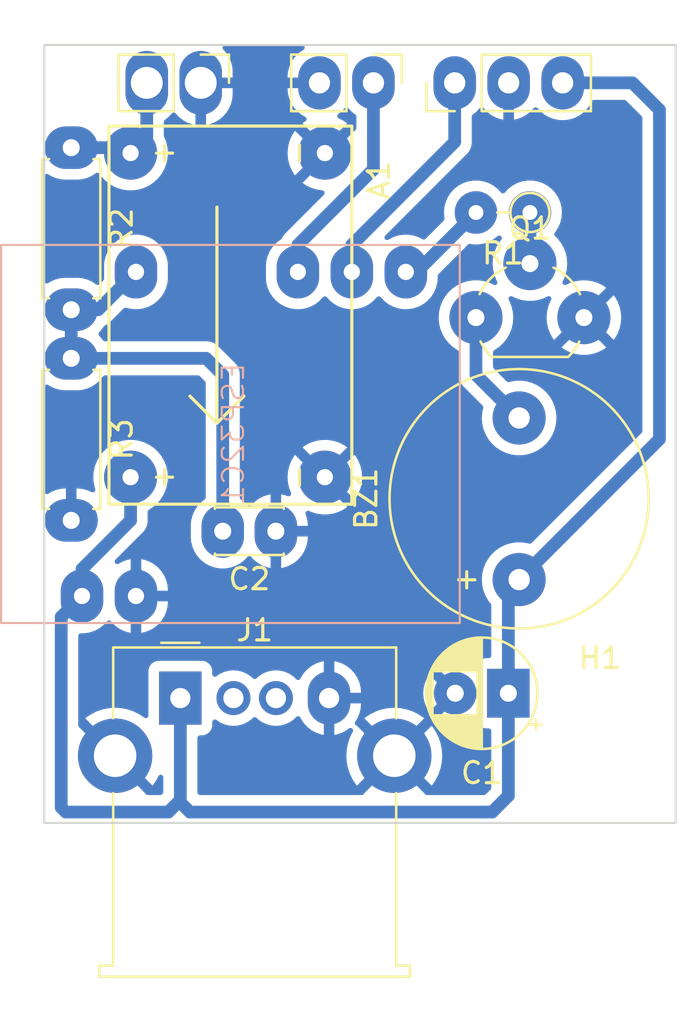
<source format=kicad_pcb>
(kicad_pcb (version 20221018) (generator pcbnew)
  (layers (0 "F.Cu" signal) (31 "B.Cu" signal) (34 "B.Paste" user) (35 "F.Paste" user) (36 "B.SilkS" user "B.Silkscreen") (37 "F.SilkS" user "F.Silkscreen") (38 "B.Mask" user) (39 "F.Mask" user) (44 "Edge.Cuts" user))
  (net 0 "")
  (net 1 "+5V")
  (net 2 "Net-(BZ1-+)")
  (net 3 "Net-(Q1-B)")
  (net 4 "GND")
  (net 5 "GPIO_BUZ")
  (net 6 "GPIO_LED")
  (net 7 "+BATT")
  (net 8 "GPIO_VBAT")
  (net 9 "GPIO_BUTTON")
  (footprint "Capacitor_THT:CP_Radial_D5.0mm_P2.50mm" (layer "F.Cu") (at 109.728 108.712 180)
    (fp_text reference "C1" (at 1.25 -3.75 180) (layer "F.SilkS"))
    (fp_text value "47uF")
    (fp_line (start -1.554775 -1.475) (end -1.054775 -1.475) (stroke (width 0.12)) (layer "F.SilkS"))
    (fp_line (start -1.304775 -1.725) (end -1.304775 -1.225) (stroke (width 0.12)) (layer "F.SilkS"))
    (fp_line (start 1.25 -2.58) (end 1.25 2.58) (stroke (width 0.12)) (layer "F.SilkS"))
    (fp_line (start 1.29 -2.58) (end 1.29 2.58) (stroke (width 0.12)) (layer "F.SilkS"))
    (fp_line (start 1.33 -2.579) (end 1.33 2.579) (stroke (width 0.12)) (layer "F.SilkS"))
    (fp_line (start 1.37 -2.578) (end 1.37 2.578) (stroke (width 0.12)) (layer "F.SilkS"))
    (fp_line (start 1.41 -2.576) (end 1.41 2.576) (stroke (width 0.12)) (layer "F.SilkS"))
    (fp_line (start 1.45 -2.573) (end 1.45 2.573) (stroke (width 0.12)) (layer "F.SilkS"))
    (fp_line (start 1.49 -2.569) (end 1.49 -1.04) (stroke (width 0.12)) (layer "F.SilkS"))
    (fp_line (start 1.49 1.04) (end 1.49 2.569) (stroke (width 0.12)) (layer "F.SilkS"))
    (fp_line (start 1.53 -2.565) (end 1.53 -1.04) (stroke (width 0.12)) (layer "F.SilkS"))
    (fp_line (start 1.53 1.04) (end 1.53 2.565) (stroke (width 0.12)) (layer "F.SilkS"))
    (fp_line (start 1.57 -2.561) (end 1.57 -1.04) (stroke (width 0.12)) (layer "F.SilkS"))
    (fp_line (start 1.57 1.04) (end 1.57 2.561) (stroke (width 0.12)) (layer "F.SilkS"))
    (fp_line (start 1.61 -2.556) (end 1.61 -1.04) (stroke (width 0.12)) (layer "F.SilkS"))
    (fp_line (start 1.61 1.04) (end 1.61 2.556) (stroke (width 0.12)) (layer "F.SilkS"))
    (fp_line (start 1.65 -2.55) (end 1.65 -1.04) (stroke (width 0.12)) (layer "F.SilkS"))
    (fp_line (start 1.65 1.04) (end 1.65 2.55) (stroke (width 0.12)) (layer "F.SilkS"))
    (fp_line (start 1.69 -2.543) (end 1.69 -1.04) (stroke (width 0.12)) (layer "F.SilkS"))
    (fp_line (start 1.69 1.04) (end 1.69 2.543) (stroke (width 0.12)) (layer "F.SilkS"))
    (fp_line (start 1.73 -2.536) (end 1.73 -1.04) (stroke (width 0.12)) (layer "F.SilkS"))
    (fp_line (start 1.73 1.04) (end 1.73 2.536) (stroke (width 0.12)) (layer "F.SilkS"))
    (fp_line (start 1.77 -2.528) (end 1.77 -1.04) (stroke (width 0.12)) (layer "F.SilkS"))
    (fp_line (start 1.77 1.04) (end 1.77 2.528) (stroke (width 0.12)) (layer "F.SilkS"))
    (fp_line (start 1.81 -2.52) (end 1.81 -1.04) (stroke (width 0.12)) (layer "F.SilkS"))
    (fp_line (start 1.81 1.04) (end 1.81 2.52) (stroke (width 0.12)) (layer "F.SilkS"))
    (fp_line (start 1.85 -2.511) (end 1.85 -1.04) (stroke (width 0.12)) (layer "F.SilkS"))
    (fp_line (start 1.85 1.04) (end 1.85 2.511) (stroke (width 0.12)) (layer "F.SilkS"))
    (fp_line (start 1.89 -2.501) (end 1.89 -1.04) (stroke (width 0.12)) (layer "F.SilkS"))
    (fp_line (start 1.89 1.04) (end 1.89 2.501) (stroke (width 0.12)) (layer "F.SilkS"))
    (fp_line (start 1.93 -2.491) (end 1.93 -1.04) (stroke (width 0.12)) (layer "F.SilkS"))
    (fp_line (start 1.93 1.04) (end 1.93 2.491) (stroke (width 0.12)) (layer "F.SilkS"))
    (fp_line (start 1.971 -2.48) (end 1.971 -1.04) (stroke (width 0.12)) (layer "F.SilkS"))
    (fp_line (start 1.971 1.04) (end 1.971 2.48) (stroke (width 0.12)) (layer "F.SilkS"))
    (fp_line (start 2.011 -2.468) (end 2.011 -1.04) (stroke (width 0.12)) (layer "F.SilkS"))
    (fp_line (start 2.011 1.04) (end 2.011 2.468) (stroke (width 0.12)) (layer "F.SilkS"))
    (fp_line (start 2.051 -2.455) (end 2.051 -1.04) (stroke (width 0.12)) (layer "F.SilkS"))
    (fp_line (start 2.051 1.04) (end 2.051 2.455) (stroke (width 0.12)) (layer "F.SilkS"))
    (fp_line (start 2.091 -2.442) (end 2.091 -1.04) (stroke (width 0.12)) (layer "F.SilkS"))
    (fp_line (start 2.091 1.04) (end 2.091 2.442) (stroke (width 0.12)) (layer "F.SilkS"))
    (fp_line (start 2.131 -2.428) (end 2.131 -1.04) (stroke (width 0.12)) (layer "F.SilkS"))
    (fp_line (start 2.131 1.04) (end 2.131 2.428) (stroke (width 0.12)) (layer "F.SilkS"))
    (fp_line (start 2.171 -2.414) (end 2.171 -1.04) (stroke (width 0.12)) (layer "F.SilkS"))
    (fp_line (start 2.171 1.04) (end 2.171 2.414) (stroke (width 0.12)) (layer "F.SilkS"))
    (fp_line (start 2.211 -2.398) (end 2.211 -1.04) (stroke (width 0.12)) (layer "F.SilkS"))
    (fp_line (start 2.211 1.04) (end 2.211 2.398) (stroke (width 0.12)) (layer "F.SilkS"))
    (fp_line (start 2.251 -2.382) (end 2.251 -1.04) (stroke (width 0.12)) (layer "F.SilkS"))
    (fp_line (start 2.251 1.04) (end 2.251 2.382) (stroke (width 0.12)) (layer "F.SilkS"))
    (fp_line (start 2.291 -2.365) (end 2.291 -1.04) (stroke (width 0.12)) (layer "F.SilkS"))
    (fp_line (start 2.291 1.04) (end 2.291 2.365) (stroke (width 0.12)) (layer "F.SilkS"))
    (fp_line (start 2.331 -2.348) (end 2.331 -1.04) (stroke (width 0.12)) (layer "F.SilkS"))
    (fp_line (start 2.331 1.04) (end 2.331 2.348) (stroke (width 0.12)) (layer "F.SilkS"))
    (fp_line (start 2.371 -2.329) (end 2.371 -1.04) (stroke (width 0.12)) (layer "F.SilkS"))
    (fp_line (start 2.371 1.04) (end 2.371 2.329) (stroke (width 0.12)) (layer "F.SilkS"))
    (fp_line (start 2.411 -2.31) (end 2.411 -1.04) (stroke (width 0.12)) (layer "F.SilkS"))
    (fp_line (start 2.411 1.04) (end 2.411 2.31) (stroke (width 0.12)) (layer "F.SilkS"))
    (fp_line (start 2.451 -2.29) (end 2.451 -1.04) (stroke (width 0.12)) (layer "F.SilkS"))
    (fp_line (start 2.451 1.04) (end 2.451 2.29) (stroke (width 0.12)) (layer "F.SilkS"))
    (fp_line (start 2.491 -2.268) (end 2.491 -1.04) (stroke (width 0.12)) (layer "F.SilkS"))
    (fp_line (start 2.491 1.04) (end 2.491 2.268) (stroke (width 0.12)) (layer "F.SilkS"))
    (fp_line (start 2.531 -2.247) (end 2.531 -1.04) (stroke (width 0.12)) (layer "F.SilkS"))
    (fp_line (start 2.531 1.04) (end 2.531 2.247) (stroke (width 0.12)) (layer "F.SilkS"))
    (fp_line (start 2.571 -2.224) (end 2.571 -1.04) (stroke (width 0.12)) (layer "F.SilkS"))
    (fp_line (start 2.571 1.04) (end 2.571 2.224) (stroke (width 0.12)) (layer "F.SilkS"))
    (fp_line (start 2.611 -2.2) (end 2.611 -1.04) (stroke (width 0.12)) (layer "F.SilkS"))
    (fp_line (start 2.611 1.04) (end 2.611 2.2) (stroke (width 0.12)) (layer "F.SilkS"))
    (fp_line (start 2.651 -2.175) (end 2.651 -1.04) (stroke (width 0.12)) (layer "F.SilkS"))
    (fp_line (start 2.651 1.04) (end 2.651 2.175) (stroke (width 0.12)) (layer "F.SilkS"))
    (fp_line (start 2.691 -2.149) (end 2.691 -1.04) (stroke (width 0.12)) (layer "F.SilkS"))
    (fp_line (start 2.691 1.04) (end 2.691 2.149) (stroke (width 0.12)) (layer "F.SilkS"))
    (fp_line (start 2.731 -2.122) (end 2.731 -1.04) (stroke (width 0.12)) (layer "F.SilkS"))
    (fp_line (start 2.731 1.04) (end 2.731 2.122) (stroke (width 0.12)) (layer "F.SilkS"))
    (fp_line (start 2.771 -2.095) (end 2.771 -1.04) (stroke (width 0.12)) (layer "F.SilkS"))
    (fp_line (start 2.771 1.04) (end 2.771 2.095) (stroke (width 0.12)) (layer "F.SilkS"))
    (fp_line (start 2.811 -2.065) (end 2.811 -1.04) (stroke (width 0.12)) (layer "F.SilkS"))
    (fp_line (start 2.811 1.04) (end 2.811 2.065) (stroke (width 0.12)) (layer "F.SilkS"))
    (fp_line (start 2.851 -2.035) (end 2.851 -1.04) (stroke (width 0.12)) (layer "F.SilkS"))
    (fp_line (start 2.851 1.04) (end 2.851 2.035) (stroke (width 0.12)) (layer "F.SilkS"))
    (fp_line (start 2.891 -2.004) (end 2.891 -1.04) (stroke (width 0.12)) (layer "F.SilkS"))
    (fp_line (start 2.891 1.04) (end 2.891 2.004) (stroke (width 0.12)) (layer "F.SilkS"))
    (fp_line (start 2.931 -1.971) (end 2.931 -1.04) (stroke (width 0.12)) (layer "F.SilkS"))
    (fp_line (start 2.931 1.04) (end 2.931 1.971) (stroke (width 0.12)) (layer "F.SilkS"))
    (fp_line (start 2.971 -1.937) (end 2.971 -1.04) (stroke (width 0.12)) (layer "F.SilkS"))
    (fp_line (start 2.971 1.04) (end 2.971 1.937) (stroke (width 0.12)) (layer "F.SilkS"))
    (fp_line (start 3.011 -1.901) (end 3.011 -1.04) (stroke (width 0.12)) (layer "F.SilkS"))
    (fp_line (start 3.011 1.04) (end 3.011 1.901) (stroke (width 0.12)) (layer "F.SilkS"))
    (fp_line (start 3.051 -1.864) (end 3.051 -1.04) (stroke (width 0.12)) (layer "F.SilkS"))
    (fp_line (start 3.051 1.04) (end 3.051 1.864) (stroke (width 0.12)) (layer "F.SilkS"))
    (fp_line (start 3.091 -1.826) (end 3.091 -1.04) (stroke (width 0.12)) (layer "F.SilkS"))
    (fp_line (start 3.091 1.04) (end 3.091 1.826) (stroke (width 0.12)) (layer "F.SilkS"))
    (fp_line (start 3.131 -1.785) (end 3.131 -1.04) (stroke (width 0.12)) (layer "F.SilkS"))
    (fp_line (start 3.131 1.04) (end 3.131 1.785) (stroke (width 0.12)) (layer "F.SilkS"))
    (fp_line (start 3.171 -1.743) (end 3.171 -1.04) (stroke (width 0.12)) (layer "F.SilkS"))
    (fp_line (start 3.171 1.04) (end 3.171 1.743) (stroke (width 0.12)) (layer "F.SilkS"))
    (fp_line (start 3.211 -1.699) (end 3.211 -1.04) (stroke (width 0.12)) (layer "F.SilkS"))
    (fp_line (start 3.211 1.04) (end 3.211 1.699) (stroke (width 0.12)) (layer "F.SilkS"))
    (fp_line (start 3.251 -1.653) (end 3.251 -1.04) (stroke (width 0.12)) (layer "F.SilkS"))
    (fp_line (start 3.251 1.04) (end 3.251 1.653) (stroke (width 0.12)) (layer "F.SilkS"))
    (fp_line (start 3.291 -1.605) (end 3.291 -1.04) (stroke (width 0.12)) (layer "F.SilkS"))
    (fp_line (start 3.291 1.04) (end 3.291 1.605) (stroke (width 0.12)) (layer "F.SilkS"))
    (fp_line (start 3.331 -1.554) (end 3.331 -1.04) (stroke (width 0.12)) (layer "F.SilkS"))
    (fp_line (start 3.331 1.04) (end 3.331 1.554) (stroke (width 0.12)) (layer "F.SilkS"))
    (fp_line (start 3.371 -1.5) (end 3.371 -1.04) (stroke (width 0.12)) (layer "F.SilkS"))
    (fp_line (start 3.371 1.04) (end 3.371 1.5) (stroke (width 0.12)) (layer "F.SilkS"))
    (fp_line (start 3.411 -1.443) (end 3.411 -1.04) (stroke (width 0.12)) (layer "F.SilkS"))
    (fp_line (start 3.411 1.04) (end 3.411 1.443) (stroke (width 0.12)) (layer "F.SilkS"))
    (fp_line (start 3.451 -1.383) (end 3.451 -1.04) (stroke (width 0.12)) (layer "F.SilkS"))
    (fp_line (start 3.451 1.04) (end 3.451 1.383) (stroke (width 0.12)) (layer "F.SilkS"))
    (fp_line (start 3.491 -1.319) (end 3.491 -1.04) (stroke (width 0.12)) (layer "F.SilkS"))
    (fp_line (start 3.491 1.04) (end 3.491 1.319) (stroke (width 0.12)) (layer "F.SilkS"))
    (fp_line (start 3.531 -1.251) (end 3.531 -1.04) (stroke (width 0.12)) (layer "F.SilkS"))
    (fp_line (start 3.531 1.04) (end 3.531 1.251) (stroke (width 0.12)) (layer "F.SilkS"))
    (fp_line (start 3.571 -1.178) (end 3.571 1.178) (stroke (width 0.12)) (layer "F.SilkS"))
    (fp_line (start 3.611 -1.098) (end 3.611 1.098) (stroke (width 0.12)) (layer "F.SilkS"))
    (fp_line (start 3.651 -1.011) (end 3.651 1.011) (stroke (width 0.12)) (layer "F.SilkS"))
    (fp_line (start 3.691 -0.915) (end 3.691 0.915) (stroke (width 0.12)) (layer "F.SilkS"))
    (fp_line (start 3.731 -0.805) (end 3.731 0.805) (stroke (width 0.12)) (layer "F.SilkS"))
    (fp_line (start 3.771 -0.677) (end 3.771 0.677) (stroke (width 0.12)) (layer "F.SilkS"))
    (fp_line (start 3.811 -0.518) (end 3.811 0.518) (stroke (width 0.12)) (layer "F.SilkS"))
    (fp_line (start 3.851 -0.284) (end 3.851 0.284) (stroke (width 0.12)) (layer "F.SilkS"))
    (fp_circle (center 1.25 0) (end 3.87 0) (stroke (width 0.12)) (fill none) (layer "F.SilkS"))
    (pad "1" thru_hole rect (at 0 0 180) (size 2 2.3) (drill 0.8) (layers "*.Cu" "*.Mask") (net 1 "+5V"))
    (pad "2" thru_hole circle (at 2.5 0 180) (size 2 2) (drill 0.8) (layers "*.Cu" "*.Mask") (net 4 "GND"))
  )
  (footprint "Connector_PinHeader_2.54mm:PinHeader_1x02_P2.54mm_Vertical" (layer "F.Cu") (at 103.378 80.01 -90)
    (fp_text reference "J6" hide)
    (fp_text value "Button")
    (fp_line (start -1.33 -1.33) (end 0 -1.33) (stroke (width 0.12)) (layer "F.SilkS"))
    (fp_line (start -1.33 0) (end -1.33 -1.33) (stroke (width 0.12)) (layer "F.SilkS"))
    (fp_line (start -1.33 1.27) (end -1.33 3.87) (stroke (width 0.12)) (layer "F.SilkS"))
    (fp_line (start -1.33 1.27) (end 1.33 1.27) (stroke (width 0.12)) (layer "F.SilkS"))
    (fp_line (start -1.33 3.87) (end 1.33 3.87) (stroke (width 0.12)) (layer "F.SilkS"))
    (fp_line (start 1.33 1.27) (end 1.33 3.87) (stroke (width 0.12)) (layer "F.SilkS"))
    (pad "1" thru_hole oval (at 0 0 270) (size 2.5 2) (drill 1) (layers "*.Cu" "*.Mask") (net 9 "GPIO_BUTTON"))
    (pad "2" thru_hole oval (at 0 2.54 270) (size 2.5 2) (drill 1) (layers "*.Cu" "*.Mask") (net 4 "GND"))
  )
  (footprint "MountingHole:MountingHole_3.2mm_M3" (layer "F.Cu") (at 114.046 111.252)
    (fp_text reference "H1" (at 0 -4.2) (layer "F.SilkS"))
    (fp_text value "~")
    (pad "" np_thru_hole circle (at 0 0) (size 3.2 3.2) (drill 3.2) (layers "*.Cu" "*.Mask"))
  )
  (footprint "Capacitor_THT:C_Disc_D3.0mm_W2.0mm_P2.50mm" (layer "F.Cu") (at 98.786 101.092 180)
    (fp_text reference "C2" (at 1.25 -2.25) (layer "F.SilkS"))
    (fp_text value "C")
    (fp_line (start -0.37 -1.12) (end -0.37 -1.055) (stroke (width 0.12)) (layer "F.SilkS"))
    (fp_line (start -0.37 -1.12) (end 2.87 -1.12) (stroke (width 0.12)) (layer "F.SilkS"))
    (fp_line (start -0.37 1.055) (end -0.37 1.12) (stroke (width 0.12)) (layer "F.SilkS"))
    (fp_line (start -0.37 1.12) (end 2.87 1.12) (stroke (width 0.12)) (layer "F.SilkS"))
    (fp_line (start 2.87 -1.12) (end 2.87 -1.055) (stroke (width 0.12)) (layer "F.SilkS"))
    (fp_line (start 2.87 1.055) (end 2.87 1.12) (stroke (width 0.12)) (layer "F.SilkS"))
    (pad "1" thru_hole oval (at 0 0 180) (size 2 2.5) (drill 0.8) (layers "*.Cu" "*.Mask") (net 4 "GND"))
    (pad "2" thru_hole oval (at 2.5 0 180) (size 2 2.5) (drill 0.8) (layers "*.Cu" "*.Mask") (net 8 "GPIO_VBAT"))
  )
  (footprint "Charleslabs_Parts:Mini360_Module" (layer "F.Cu") (at 101.092 83.312 -90)
    (fp_text reference "A1" (at 1.27 -2.54 90) (layer "F.SilkS"))
    (fp_text value "Mini360_Module")
    (fp_text user "-" (at 15.24 1.27 90) (layer "F.SilkS"))
    (fp_text user "-" (at 0 1.27 90) (layer "F.SilkS"))
    (fp_text user "+" (at 15.24 7.62 90) (layer "F.SilkS"))
    (fp_text user "+" (at 0 7.62 90) (layer "F.SilkS"))
    (fp_line (start -1.27 -1.27) (end -1.27 10.16) (stroke (width 0.15)) (layer "F.SilkS"))
    (fp_line (start -1.27 10.16) (end 16.51 10.16) (stroke (width 0.15)) (layer "F.SilkS"))
    (fp_line (start 2.54 5.08) (end 12.7 5.08) (stroke (width 0.15)) (layer "F.SilkS"))
    (fp_line (start 11.43 3.81) (end 12.7 5.08) (stroke (width 0.15)) (layer "F.SilkS"))
    (fp_line (start 12.7 5.08) (end 11.43 6.35) (stroke (width 0.15)) (layer "F.SilkS"))
    (fp_line (start 16.51 -1.27) (end -1.27 -1.27) (stroke (width 0.15)) (layer "F.SilkS"))
    (fp_line (start 16.51 10.16) (end 16.51 -1.27) (stroke (width 0.15)) (layer "F.SilkS"))
    (pad "1" thru_hole circle (at 0 9.144 270) (size 2.5 2.5) (drill 0.762) (layers "*.Cu" "*.Mask") (net 7 "+BATT"))
    (pad "2" thru_hole circle (at 0 0 270) (size 2.5 2.5) (drill 0.762) (layers "*.Cu" "*.Mask") (net 4 "GND"))
    (pad "3" thru_hole circle (at 15.24 9.144 270) (size 2.5 2.5) (drill 0.762) (layers "*.Cu" "*.Mask") (net 1 "+5V"))
    (pad "4" thru_hole circle (at 15.24 0 270) (size 2.5 2.5) (drill 0.762) (layers "*.Cu" "*.Mask") (net 4 "GND"))
  )
  (footprint "Connector_PinHeader_2.54mm:PinHeader_1x03_P2.54mm_Vertical" (layer "F.Cu") (at 107.203 80.01 90)
    (fp_text reference "J4" hide)
    (fp_text value "LED")
    (fp_line (start -1.33 -1.33) (end 0 -1.33) (stroke (width 0.12)) (layer "F.SilkS"))
    (fp_line (start -1.33 0) (end -1.33 -1.33) (stroke (width 0.12)) (layer "F.SilkS"))
    (fp_line (start -1.33 1.27) (end -1.33 6.41) (stroke (width 0.12)) (layer "F.SilkS"))
    (fp_line (start -1.33 1.27) (end 1.33 1.27) (stroke (width 0.12)) (layer "F.SilkS"))
    (fp_line (start -1.33 6.41) (end 1.33 6.41) (stroke (width 0.12)) (layer "F.SilkS"))
    (fp_line (start 1.33 1.27) (end 1.33 6.41) (stroke (width 0.12)) (layer "F.SilkS"))
    (pad "1" thru_hole oval (at 0 0 90) (size 2.5 2) (drill 1) (layers "*.Cu" "*.Mask") (net 6 "GPIO_LED"))
    (pad "2" thru_hole oval (at 0 2.54 90) (size 2.5 2) (drill 1) (layers "*.Cu" "*.Mask") (net 4 "GND"))
    (pad "3" thru_hole oval (at 0 5.08 90) (size 2.5 2) (drill 1) (layers "*.Cu" "*.Mask") (net 1 "+5V"))
  )
  (footprint "Resistor_THT:R_Axial_DIN0207_L6.3mm_D2.5mm_P7.62mm_Horizontal" (layer "F.Cu") (at 89.154 83.058 -90)
    (fp_text reference "R2" (at 3.81 -2.37 90) (layer "F.SilkS"))
    (fp_text value "100k")
    (fp_line (start 0.54 -1.37) (end 7.08 -1.37) (stroke (width 0.12)) (layer "F.SilkS"))
    (fp_line (start 0.54 -1.04) (end 0.54 -1.37) (stroke (width 0.12)) (layer "F.SilkS"))
    (fp_line (start 0.54 1.04) (end 0.54 1.37) (stroke (width 0.12)) (layer "F.SilkS"))
    (fp_line (start 0.54 1.37) (end 7.08 1.37) (stroke (width 0.12)) (layer "F.SilkS"))
    (fp_line (start 7.08 -1.37) (end 7.08 -1.04) (stroke (width 0.12)) (layer "F.SilkS"))
    (fp_line (start 7.08 1.37) (end 7.08 1.04) (stroke (width 0.12)) (layer "F.SilkS"))
    (pad "1" thru_hole oval (at 0 0 270) (size 2 2.5) (drill 0.8) (layers "*.Cu" "*.Mask") (net 7 "+BATT"))
    (pad "2" thru_hole oval (at 7.62 0 270) (size 2 2.5) (drill 0.8) (layers "*.Cu" "*.Mask") (net 8 "GPIO_VBAT"))
  )
  (footprint "Connector_USB:USB_A_Molex_67643_Horizontal" (layer "F.Cu") (at 94.29 108.94)
    (fp_text reference "J1" (at 3.5 -3.19) (layer "F.SilkS"))
    (fp_text value "USB_A")
    (fp_line (start -3.81 12.58) (end -3.81 13.1) (stroke (width 0.12)) (layer "F.SilkS"))
    (fp_line (start -3.81 13.1) (end 10.81 13.1) (stroke (width 0.12)) (layer "F.SilkS"))
    (fp_line (start -3.16 -2.38) (end -3.16 0.95) (stroke (width 0.12)) (layer "F.SilkS"))
    (fp_line (start -3.16 -2.38) (end 10.16 -2.38) (stroke (width 0.12)) (layer "F.SilkS"))
    (fp_line (start -3.16 12.58) (end -3.81 12.58) (stroke (width 0.12)) (layer "F.SilkS"))
    (fp_line (start -3.16 12.58) (end -3.16 4.47) (stroke (width 0.12)) (layer "F.SilkS"))
    (fp_line (start -0.9 -2.6) (end 0.9 -2.6) (stroke (width 0.12)) (layer "F.SilkS"))
    (fp_line (start 10.16 -2.38) (end 10.16 0.95) (stroke (width 0.12)) (layer "F.SilkS"))
    (fp_line (start 10.16 4.47) (end 10.16 12.58) (stroke (width 0.12)) (layer "F.SilkS"))
    (fp_line (start 10.81 12.58) (end 10.16 12.58) (stroke (width 0.12)) (layer "F.SilkS"))
    (fp_line (start 10.81 13.1) (end 10.81 12.58) (stroke (width 0.12)) (layer "F.SilkS"))
    (pad "1" thru_hole rect (at 0 0) (size 2 2.5) (drill 0.95) (layers "*.Cu" "*.Mask") (net 1 "+5V"))
    (pad "2" thru_hole circle (at 2.5 0) (size 1.6 1.6) (drill 0.95) (layers "*.Cu" "*.Mask"))
    (pad "3" thru_hole circle (at 4.5 0) (size 1.6 1.6) (drill 0.95) (layers "*.Cu" "*.Mask"))
    (pad "4" thru_hole oval (at 7 0) (size 2 2.5) (drill 0.95) (layers "*.Cu" "*.Mask") (net 4 "GND"))
    (pad "5" thru_hole circle (at -3.07 2.71) (size 3.5 3.5) (drill 2) (layers "*.Cu" "*.Mask") (net 4 "GND"))
    (pad "5" thru_hole circle (at 10.07 2.71) (size 3.5 3.5) (drill 2) (layers "*.Cu" "*.Mask") (net 4 "GND"))
  )
  (footprint "Resistor_THT:R_Axial_DIN0207_L6.3mm_D2.5mm_P7.62mm_Horizontal" (layer "F.Cu") (at 89.154 92.964 -90)
    (fp_text reference "R3" (at 3.81 -2.37 90) (layer "F.SilkS"))
    (fp_text value "10k")
    (fp_line (start 0.54 -1.37) (end 7.08 -1.37) (stroke (width 0.12)) (layer "F.SilkS"))
    (fp_line (start 0.54 -1.04) (end 0.54 -1.37) (stroke (width 0.12)) (layer "F.SilkS"))
    (fp_line (start 0.54 1.04) (end 0.54 1.37) (stroke (width 0.12)) (layer "F.SilkS"))
    (fp_line (start 0.54 1.37) (end 7.08 1.37) (stroke (width 0.12)) (layer "F.SilkS"))
    (fp_line (start 7.08 -1.37) (end 7.08 -1.04) (stroke (width 0.12)) (layer "F.SilkS"))
    (fp_line (start 7.08 1.37) (end 7.08 1.04) (stroke (width 0.12)) (layer "F.SilkS"))
    (pad "1" thru_hole oval (at 0 0 270) (size 2 2.5) (drill 0.8) (layers "*.Cu" "*.Mask") (net 8 "GPIO_VBAT"))
    (pad "2" thru_hole oval (at 7.62 0 270) (size 2 2.5) (drill 0.8) (layers "*.Cu" "*.Mask") (net 4 "GND"))
  )
  (footprint "Buzzer_Beeper:Buzzer_12x9.5RM7.6" (layer "F.Cu") (at 110.236 103.368 90)
    (fp_text reference "BZ1" (at 3.8 -7.2 90) (layer "F.SilkS"))
    (fp_text value "Buzzer")
    (fp_text user "+" (at -0.01 -2.54 90) (layer "F.SilkS"))
    (fp_circle (center 3.8 0) (end 9.9 0) (stroke (width 0.12)) (fill none) (layer "F.SilkS"))
    (pad "1" thru_hole circle (at 0 0 90) (size 2.5 2.5) (drill 1) (layers "*.Cu" "*.Mask") (net 1 "+5V"))
    (pad "2" thru_hole circle (at 7.6 0 90) (size 2.5 2.5) (drill 1) (layers "*.Cu" "*.Mask") (net 2 "Net-(BZ1-+)"))
  )
  (footprint "Resistor_THT:R_Axial_DIN0204_L3.6mm_D1.6mm_P2.54mm_Vertical" (layer "F.Cu") (at 110.744 86.106 180)
    (fp_text reference "R1" (at 1.27 -1.92) (layer "F.SilkS"))
    (fp_text value "1k")
    (fp_line (start 0.92 0) (end 1.54 0) (stroke (width 0.12)) (layer "F.SilkS"))
    (fp_circle (center 0 0) (end 0.92 0) (stroke (width 0.12)) (fill none) (layer "F.SilkS"))
    (pad "1" thru_hole circle (at 0 0 180) (size 2 2) (drill 0.7) (layers "*.Cu" "*.Mask") (net 3 "Net-(Q1-B)"))
    (pad "2" thru_hole oval (at 2.54 0 180) (size 2 2) (drill 0.7) (layers "*.Cu" "*.Mask") (net 5 "GPIO_BUZ"))
  )
  (footprint "Connector_PinHeader_2.54mm:PinHeader_1x02_P2.54mm_Vertical" (layer "F.Cu") (at 95.25 80.01 -90)
    (fp_text reference "J3" hide)
    (fp_text value "Car")
    (fp_line (start -1.33 -1.33) (end 0 -1.33) (stroke (width 0.12)) (layer "F.SilkS"))
    (fp_line (start -1.33 0) (end -1.33 -1.33) (stroke (width 0.12)) (layer "F.SilkS"))
    (fp_line (start -1.33 1.27) (end -1.33 3.87) (stroke (width 0.12)) (layer "F.SilkS"))
    (fp_line (start -1.33 1.27) (end 1.33 1.27) (stroke (width 0.12)) (layer "F.SilkS"))
    (fp_line (start -1.33 3.87) (end 1.33 3.87) (stroke (width 0.12)) (layer "F.SilkS"))
    (fp_line (start 1.33 1.27) (end 1.33 3.87) (stroke (width 0.12)) (layer "F.SilkS"))
    (pad "1" thru_hole oval (at 0 0 270) (size 3 2) (drill 1.5) (layers "*.Cu" "*.Mask") (net 4 "GND"))
    (pad "2" thru_hole oval (at 0 2.54 270) (size 3 2) (drill 1.5) (layers "*.Cu" "*.Mask") (net 7 "+BATT"))
  )
  (footprint "Package_TO_SOT_THT:TO-92_Wide" (layer "F.Cu") (at 108.204 91.0475)
    (fp_text reference "Q1" (at 2.55 -4.19) (layer "F.SilkS"))
    (fp_text value "BC547")
    (fp_line (start 0.74 1.85) (end 4.34 1.85) (stroke (width 0.12)) (layer "F.SilkS"))
    (fp_arc (start 0.172801 -1.103842) (mid 0.678995 -1.832692) (end 1.4 -2.35) (stroke (width 0.12)) (layer "F.SilkS"))
    (fp_arc (start 0.74 1.85) (mid 0.446097 1.509328) (end 0.215816 1.122795) (stroke (width 0.12)) (layer "F.SilkS"))
    (fp_arc (start 3.65 -2.35) (mid 4.382279 -1.833196) (end 4.895458 -1.098371) (stroke (width 0.12)) (layer "F.SilkS"))
    (fp_arc (start 4.864184 1.122795) (mid 4.633903 1.509328) (end 4.34 1.85) (stroke (width 0.12)) (layer "F.SilkS"))
    (pad "1" thru_hole circle (at 0 0) (size 2.5 2.5) (drill 0.8) (layers "*.Cu" "*.Mask") (net 2 "Net-(BZ1-+)"))
    (pad "2" thru_hole circle (at 2.54 -2.54) (size 2.5 2.5) (drill 0.8) (layers "*.Cu" "*.Mask") (net 3 "Net-(Q1-B)"))
    (pad "3" thru_hole circle (at 5.08 0) (size 2.5 2.5) (drill 0.8) (layers "*.Cu" "*.Mask") (net 4 "GND"))
  )
  (footprint "custom_library:XIAO_ESP32C3_1" (layer "B.Cu") (at 97.282 96.52 -90)
    (fp_text reference "ESP32C1" (at 0 0.5 90 unlocked) (layer "B.SilkS") (effects (font (thickness 0.1)) (justify mirror)))
    (fp_text value "~")
    (fp_rect (start -8.89 11.43) (end 8.89 -10.16) (stroke (width 0.1)) (fill none) (layer "B.SilkS"))
    (pad "2" thru_hole oval (at -7.62 5.08 270) (size 2.5 2) (drill 0.762) (layers "*.Cu" "*.Mask") (net 8 "GPIO_VBAT"))
    (pad "5" thru_hole oval (at -7.62 -2.54 270) (size 2.5 2) (drill 0.762) (layers "*.Cu" "*.Mask") (net 9 "GPIO_BUTTON"))
    (pad "6" thru_hole oval (at -7.62 -5.08 270) (size 2.5 2) (drill 0.762) (layers "*.Cu" "*.Mask") (net 6 "GPIO_LED"))
    (pad "7" thru_hole oval (at -7.62 -7.62 270) (size 2.5 2) (drill 0.762) (layers "*.Cu" "*.Mask") (net 5 "GPIO_BUZ"))
    (pad "8" thru_hole oval (at 7.62 7.62 270) (size 2.5 2) (drill 0.762) (layers "*.Cu" "*.Mask") (net 1 "+5V"))
    (pad "9" thru_hole oval (at 7.62 5.08 270) (size 2.5 2) (drill 0.762) (layers "*.Cu" "*.Mask") (net 4 "GND"))
  )
  (gr_rect (start 87.884 78.232) (end 117.602 114.808) (stroke (width 0.1)) (fill none) (layer "Edge.Cuts"))
  (segment (start 108.966 114.3) (end 109.728 113.538) (width 0.6) (layer "B.Cu") (net 1))
  (segment (start 94.29 113.736) (end 93.726 114.3) (width 0.6) (layer "B.Cu") (net 1))
  (segment (start 112.283 80.01) (end 115.57 80.01) (width 0.6) (layer "B.Cu") (net 1))
  (segment (start 94.742 114.3) (end 108.966 114.3) (width 0.6) (layer "B.Cu") (net 1))
  (segment (start 88.9 114.3) (end 88.684 114.084) (width 0.6) (layer "B.Cu") (net 1))
  (segment (start 94.29 108.94) (end 94.29 113.736) (width 0.6) (layer "B.Cu") (net 1))
  (segment (start 109.728 103.876) (end 110.236 103.368) (width 0.6) (layer "B.Cu") (net 1))
  (segment (start 116.84 96.764) (end 116.84 81.28) (width 0.6) (layer "B.Cu") (net 1))
  (segment (start 88.684 114.084) (end 88.684 105.118) (width 0.6) (layer "B.Cu") (net 1))
  (segment (start 93.726 114.3) (end 88.9 114.3) (width 0.6) (layer "B.Cu") (net 1))
  (segment (start 88.684 105.118) (end 89.662 104.14) (width 0.6) (layer "B.Cu") (net 1))
  (segment (start 89.662 104.14) (end 89.662 102.871584) (width 0.6) (layer "B.Cu") (net 1))
  (segment (start 89.662 102.871584) (end 91.948 100.585584) (width 0.6) (layer "B.Cu") (net 1))
  (segment (start 91.948 100.585584) (end 91.948 98.552) (width 0.6) (layer "B.Cu") (net 1))
  (segment (start 110.236 103.368) (end 116.84 96.764) (width 0.6) (layer "B.Cu") (net 1))
  (segment (start 94.29 113.848) (end 94.742 114.3) (width 0.6) (layer "B.Cu") (net 1))
  (segment (start 94.29 113.736) (end 94.29 113.848) (width 0.6) (layer "B.Cu") (net 1))
  (segment (start 109.728 113.538) (end 109.728 108.712) (width 0.6) (layer "B.Cu") (net 1))
  (segment (start 109.728 108.712) (end 109.728 103.876) (width 0.6) (layer "B.Cu") (net 1))
  (segment (start 116.84 81.28) (end 115.57 80.01) (width 0.6) (layer "B.Cu") (net 1))
  (segment (start 108.204 91.0475) (end 108.204 93.736) (width 0.6) (layer "B.Cu") (net 2))
  (segment (start 108.204 93.736) (end 110.236 95.768) (width 0.6) (layer "B.Cu") (net 2))
  (segment (start 110.744 88.5075) (end 110.744 86.106) (width 0.6) (layer "B.Cu") (net 3))
  (segment (start 104.902 88.9) (end 105.41 88.9) (width 0.6) (layer "B.Cu") (net 5))
  (segment (start 105.41 88.9) (end 108.204 86.106) (width 0.6) (layer "B.Cu") (net 5))
  (segment (start 102.362 88.9) (end 102.362 87.63) (width 0.6) (layer "B.Cu") (net 6))
  (segment (start 107.203 80.01) (end 107.203 82.789) (width 0.6) (layer "B.Cu") (net 6))
  (segment (start 107.203 82.789) (end 102.362 87.63) (width 0.6) (layer "B.Cu") (net 6))
  (segment (start 89.154 83.058) (end 91.694 83.058) (width 0.6) (layer "B.Cu") (net 7))
  (segment (start 92.71 80.01) (end 92.71 82.55) (width 0.6) (layer "B.Cu") (net 7))
  (segment (start 91.694 83.058) (end 91.948 83.312) (width 0.6) (layer "B.Cu") (net 7))
  (segment (start 92.71 82.55) (end 91.948 83.312) (width 0.6) (layer "B.Cu") (net 7))
  (segment (start 96.286 93.746) (end 96.286 101.092) (width 0.6) (layer "B.Cu") (net 8))
  (segment (start 89.154 90.678) (end 90.424 90.678) (width 0.6) (layer "B.Cu") (net 8))
  (segment (start 89.154 92.964) (end 95.504 92.964) (width 0.6) (layer "B.Cu") (net 8))
  (segment (start 90.424 90.678) (end 92.202 88.9) (width 0.6) (layer "B.Cu") (net 8))
  (segment (start 95.504 92.964) (end 96.286 93.746) (width 0.6) (layer "B.Cu") (net 8))
  (segment (start 89.154 90.678) (end 89.154 92.964) (width 0.6) (layer "B.Cu") (net 8))
  (segment (start 103.378 84.074) (end 99.822 87.63) (width 0.6) (layer "B.Cu") (net 9))
  (segment (start 103.378 80.01) (end 103.378 84.074) (width 0.6) (layer "B.Cu") (net 9))
  (segment (start 99.822 87.63) (end 99.822 88.9) (width 0.6) (layer "B.Cu") (net 9))
  (zone (net 4) (net_name "GND") (layer "B.Cu") (connect_pads (clearance 0.5)) (min_thickness 0.25) (fill yes (thermal_gap 0.5) (thermal_bridge_width 0.5))
    (polygon (pts (xy 117.602 78.232) (xy 117.602 114.808) (xy 87.884 114.808) (xy 87.884 78.232)))
  )
)
</source>
